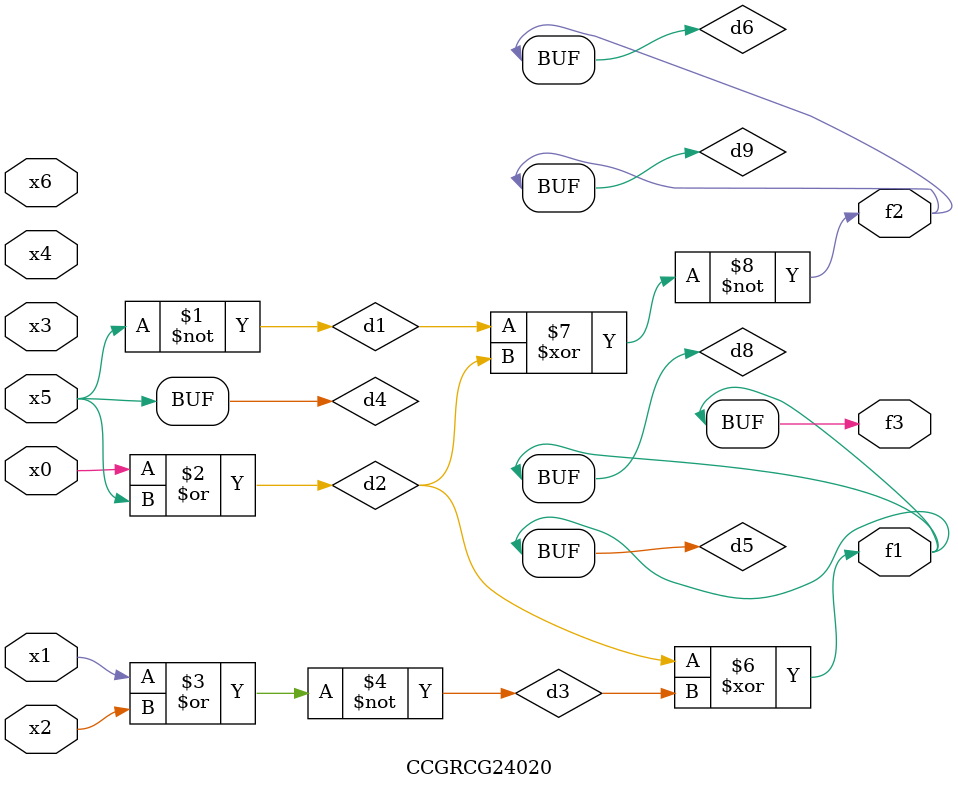
<source format=v>
module CCGRCG24020(
	input x0, x1, x2, x3, x4, x5, x6,
	output f1, f2, f3
);

	wire d1, d2, d3, d4, d5, d6, d7, d8, d9;

	nand (d1, x5);
	or (d2, x0, x5);
	nor (d3, x1, x2);
	xnor (d4, d1);
	xor (d5, d2, d3);
	xnor (d6, d1, d2);
	not (d7, x4);
	buf (d8, d5);
	xor (d9, d6);
	assign f1 = d8;
	assign f2 = d9;
	assign f3 = d8;
endmodule

</source>
